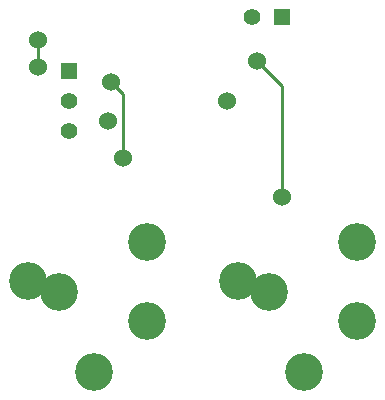
<source format=gtl>
G04 (created by PCBNEW (2013-jul-07)-stable) date So 08 Feb 2015 13:55:18 CET*
%MOIN*%
G04 Gerber Fmt 3.4, Leading zero omitted, Abs format*
%FSLAX34Y34*%
G01*
G70*
G90*
G04 APERTURE LIST*
%ADD10C,0.00590551*%
%ADD11R,0.055X0.055*%
%ADD12C,0.055*%
%ADD13C,0.126*%
%ADD14C,0.06*%
%ADD15C,0.01*%
G04 APERTURE END LIST*
G54D10*
G54D11*
X57400Y-21800D03*
G54D12*
X57400Y-22800D03*
X57400Y-23800D03*
G54D11*
X64500Y-20000D03*
G54D12*
X63500Y-20000D03*
G54D13*
X65236Y-31808D03*
X67008Y-30115D03*
X67008Y-27477D03*
X64055Y-29170D03*
X63031Y-28776D03*
X58236Y-31808D03*
X60008Y-30115D03*
X60008Y-27477D03*
X57055Y-29170D03*
X56031Y-28776D03*
G54D14*
X58700Y-23450D03*
X62650Y-22800D03*
X58800Y-22150D03*
X59200Y-24700D03*
X56350Y-20750D03*
X56350Y-21650D03*
X64500Y-26000D03*
X63650Y-21450D03*
G54D15*
X58800Y-22150D02*
X59200Y-22550D01*
X59200Y-22550D02*
X59200Y-24700D01*
X56350Y-21650D02*
X56350Y-20750D01*
X64500Y-22300D02*
X64500Y-26000D01*
X63650Y-21450D02*
X64500Y-22300D01*
M02*

</source>
